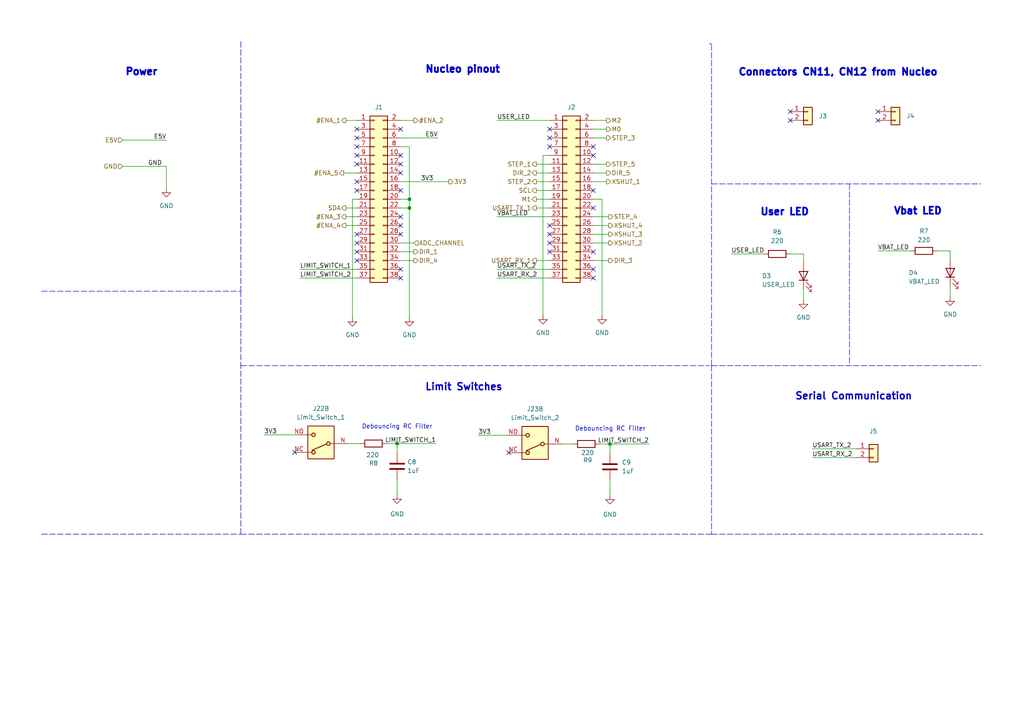
<source format=kicad_sch>
(kicad_sch (version 20211123) (generator eeschema)
  (paper "A4")
  (lib_symbols
    (symbol "Connector:XLR3_Switched" (pin_names hide)
      (property "Reference" "J" (at 0 8.89 0))
      (property "Value" "XLR3_Switched" (at 0 6.35 0))
      (symbol "XLR3_Switched_1_1"
        (circle (center -3.556 0) (radius 1.016))
        (circle (center 0 -3.556) (radius 1.016))
        (polyline (pts (xy -5.08 0) (xy -4.572 0)))
        (polyline (pts (xy 0 -5.08) (xy 0 -4.572)))
        (polyline (pts (xy 5.08 0) (xy 4.572 0)))
        (circle (center 0 0) (radius 5.08) (fill (type background)))
        (circle (center 3.556 0) (radius 1.016))
        (text "1" (at -3.556 1.778 0) (effects (font (size 1.016 1.016) bold)))
        (text "2" (at 3.556 1.778 0) (effects (font (size 1.016 1.016) bold)))
        (text "3" (at 0 -1.778 0) (effects (font (size 1.016 1.016) bold)))
        (pin passive line (at -7.62 0 0) (length 2.54) (name "~") (number "1"))
        (pin passive line (at 7.62 0 180) (length 2.54) (name "~") (number "2"))
        (pin passive line (at 0 -7.62 90) (length 2.54) (name "~") (number "3"))
      )
      (symbol "XLR3_Switched_2_1"
        (rectangle (start -3.81 4.445) (end 3.81 -5.08) (stroke (width 0.254)) (fill (type background)))
        (circle (center -2.159 0) (radius 0.508) (stroke (width 0.254)))
        (polyline (pts (xy -5.08 0) (xy -2.794 0)))
        (polyline (pts (xy -1.651 0.127) (xy 2.54 1.905)) (stroke (width 0.254)))
        (polyline (pts (xy 5.08 -2.54) (xy 2.794 -2.54)))
        (polyline (pts (xy 5.08 2.54) (xy 2.794 2.54)))
        (circle (center 2.159 -2.54) (radius 0.508) (stroke (width 0.254)))
        (circle (center 2.159 2.54) (radius 0.508) (stroke (width 0.254)))
        (pin passive line (at -7.62 0 0) (length 2.54) (name "~") (number "N"))
        (pin passive line (at 7.62 2.54 180) (length 2.54) (name "~") (number "NC"))
        (pin passive line (at 7.62 -2.54 180) (length 2.54) (name "~") (number "NO"))
      )
    )
    (symbol "Connector_Generic:Conn_01x02" (pin_names (offset 1.016) hide)
      (property "Reference" "J" (at 0 2.54 0))
      (property "Value" "Conn_01x02" (at 0 -5.08 0))
      (symbol "Conn_01x02_1_1"
        (rectangle (start -1.27 -2.413) (end 0 -2.667) (stroke (width 0.1524)))
        (rectangle (start -1.27 0.127) (end 0 -0.127) (stroke (width 0.1524)))
        (rectangle (start -1.27 1.27) (end 1.27 -3.81) (stroke (width 0.254)) (fill (type background)))
        (pin passive line (at -5.08 0 0) (length 3.81) (name "Pin_1") (number "1"))
        (pin passive line (at -5.08 -2.54 0) (length 3.81) (name "Pin_2") (number "2"))
      )
    )
    (symbol "Connector_Generic:Conn_02x19_Odd_Even" (pin_names (offset 1.016) hide)
      (property "Reference" "J" (at 1.27 25.4 0))
      (property "Value" "Conn_02x19_Odd_Even" (at 1.27 -25.4 0))
      (symbol "Conn_02x19_Odd_Even_1_1"
        (rectangle (start -1.27 -22.733) (end 0 -22.987) (stroke (width 0.1524)))
        (rectangle (start -1.27 -20.193) (end 0 -20.447) (stroke (width 0.1524)))
        (rectangle (start -1.27 -17.653) (end 0 -17.907) (stroke (width 0.1524)))
        (rectangle (start -1.27 -15.113) (end 0 -15.367) (stroke (width 0.1524)))
        (rectangle (start -1.27 -12.573) (end 0 -12.827) (stroke (width 0.1524)))
        (rectangle (start -1.27 -10.033) (end 0 -10.287) (stroke (width 0.1524)))
        (rectangle (start -1.27 -7.493) (end 0 -7.747) (stroke (width 0.1524)))
        (rectangle (start -1.27 -4.953) (end 0 -5.207) (stroke (width 0.1524)))
        (rectangle (start -1.27 -2.413) (end 0 -2.667) (stroke (width 0.1524)))
        (rectangle (start -1.27 0.127) (end 0 -0.127) (stroke (width 0.1524)))
        (rectangle (start -1.27 2.667) (end 0 2.413) (stroke (width 0.1524)))
        (rectangle (start -1.27 5.207) (end 0 4.953) (stroke (width 0.1524)))
        (rectangle (start -1.27 7.747) (end 0 7.493) (stroke (width 0.1524)))
        (rectangle (start -1.27 10.287) (end 0 10.033) (stroke (width 0.1524)))
        (rectangle (start -1.27 12.827) (end 0 12.573) (stroke (width 0.1524)))
        (rectangle (start -1.27 15.367) (end 0 15.113) (stroke (width 0.1524)))
        (rectangle (start -1.27 17.907) (end 0 17.653) (stroke (width 0.1524)))
        (rectangle (start -1.27 20.447) (end 0 20.193) (stroke (width 0.1524)))
        (rectangle (start -1.27 22.987) (end 0 22.733) (stroke (width 0.1524)))
        (rectangle (start -1.27 24.13) (end 3.81 -24.13) (stroke (width 0.254)) (fill (type background)))
        (rectangle (start 3.81 -22.733) (end 2.54 -22.987) (stroke (width 0.1524)))
        (rectangle (start 3.81 -20.193) (end 2.54 -20.447) (stroke (width 0.1524)))
        (rectangle (start 3.81 -17.653) (end 2.54 -17.907) (stroke (width 0.1524)))
        (rectangle (start 3.81 -15.113) (end 2.54 -15.367) (stroke (width 0.1524)))
        (rectangle (start 3.81 -12.573) (end 2.54 -12.827) (stroke (width 0.1524)))
        (rectangle (start 3.81 -10.033) (end 2.54 -10.287) (stroke (width 0.1524)))
        (rectangle (start 3.81 -7.493) (end 2.54 -7.747) (stroke (width 0.1524)))
        (rectangle (start 3.81 -4.953) (end 2.54 -5.207) (stroke (width 0.1524)))
        (rectangle (start 3.81 -2.413) (end 2.54 -2.667) (stroke (width 0.1524)))
        (rectangle (start 3.81 0.127) (end 2.54 -0.127) (stroke (width 0.1524)))
        (rectangle (start 3.81 2.667) (end 2.54 2.413) (stroke (width 0.1524)))
        (rectangle (start 3.81 5.207) (end 2.54 4.953) (stroke (width 0.1524)))
        (rectangle (start 3.81 7.747) (end 2.54 7.493) (stroke (width 0.1524)))
        (rectangle (start 3.81 10.287) (end 2.54 10.033) (stroke (width 0.1524)))
        (rectangle (start 3.81 12.827) (end 2.54 12.573) (stroke (width 0.1524)))
        (rectangle (start 3.81 15.367) (end 2.54 15.113) (stroke (width 0.1524)))
        (rectangle (start 3.81 17.907) (end 2.54 17.653) (stroke (width 0.1524)))
        (rectangle (start 3.81 20.447) (end 2.54 20.193) (stroke (width 0.1524)))
        (rectangle (start 3.81 22.987) (end 2.54 22.733) (stroke (width 0.1524)))
        (pin passive line (at -5.08 22.86 0) (length 3.81) (name "Pin_1") (number "1"))
        (pin passive line (at 7.62 12.7 180) (length 3.81) (name "Pin_10") (number "10"))
        (pin passive line (at -5.08 10.16 0) (length 3.81) (name "Pin_11") (number "11"))
        (pin passive line (at 7.62 10.16 180) (length 3.81) (name "Pin_12") (number "12"))
        (pin passive line (at -5.08 7.62 0) (length 3.81) (name "Pin_13") (number "13"))
        (pin passive line (at 7.62 7.62 180) (length 3.81) (name "Pin_14") (number "14"))
        (pin passive line (at -5.08 5.08 0) (length 3.81) (name "Pin_15") (number "15"))
        (pin passive line (at 7.62 5.08 180) (length 3.81) (name "Pin_16") (number "16"))
        (pin passive line (at -5.08 2.54 0) (length 3.81) (name "Pin_17") (number "17"))
        (pin passive line (at 7.62 2.54 180) (length 3.81) (name "Pin_18") (number "18"))
        (pin passive line (at -5.08 0 0) (length 3.81) (name "Pin_19") (number "19"))
        (pin passive line (at 7.62 22.86 180) (length 3.81) (name "Pin_2") (number "2"))
        (pin passive line (at 7.62 0 180) (length 3.81) (name "Pin_20") (number "20"))
        (pin passive line (at -5.08 -2.54 0) (length 3.81) (name "Pin_21") (number "21"))
        (pin passive line (at 7.62 -2.54 180) (length 3.81) (name "Pin_22") (number "22"))
        (pin passive line (at -5.08 -5.08 0) (length 3.81) (name "Pin_23") (number "23"))
        (pin passive line (at 7.62 -5.08 180) (length 3.81) (name "Pin_24") (number "24"))
        (pin passive line (at -5.08 -7.62 0) (length 3.81) (name "Pin_25") (number "25"))
        (pin passive line (at 7.62 -7.62 180) (length 3.81) (name "Pin_26") (number "26"))
        (pin passive line (at -5.08 -10.16 0) (length 3.81) (name "Pin_27") (number "27"))
        (pin passive line (at 7.62 -10.16 180) (length 3.81) (name "Pin_28") (number "28"))
        (pin passive line (at -5.08 -12.7 0) (length 3.81) (name "Pin_29") (number "29"))
        (pin passive line (at -5.08 20.32 0) (length 3.81) (name "Pin_3") (number "3"))
        (pin passive line (at 7.62 -12.7 180) (length 3.81) (name "Pin_30") (number "30"))
        (pin passive line (at -5.08 -15.24 0) (length 3.81) (name "Pin_31") (number "31"))
        (pin passive line (at 7.62 -15.24 180) (length 3.81) (name "Pin_32") (number "32"))
        (pin passive line (at -5.08 -17.78 0) (length 3.81) (name "Pin_33") (number "33"))
        (pin passive line (at 7.62 -17.78 180) (length 3.81) (name "Pin_34") (number "34"))
        (pin passive line (at -5.08 -20.32 0) (length 3.81) (name "Pin_35") (number "35"))
        (pin passive line (at 7.62 -20.32 180) (length 3.81) (name "Pin_36") (number "36"))
        (pin passive line (at -5.08 -22.86 0) (length 3.81) (name "Pin_37") (number "37"))
        (pin passive line (at 7.62 -22.86 180) (length 3.81) (name "Pin_38") (number "38"))
        (pin passive line (at 7.62 20.32 180) (length 3.81) (name "Pin_4") (number "4"))
        (pin passive line (at -5.08 17.78 0) (length 3.81) (name "Pin_5") (number "5"))
        (pin passive line (at 7.62 17.78 180) (length 3.81) (name "Pin_6") (number "6"))
        (pin passive line (at -5.08 15.24 0) (length 3.81) (name "Pin_7") (number "7"))
        (pin passive line (at 7.62 15.24 180) (length 3.81) (name "Pin_8") (number "8"))
        (pin passive line (at -5.08 12.7 0) (length 3.81) (name "Pin_9") (number "9"))
      )
    )
    (symbol "Device:C" (pin_numbers hide) (pin_names (offset 0.254))
      (property "Reference" "C" (at 0.635 2.54 0))
      (property "Value" "C" (at 0.635 -2.54 0))
      (symbol "C_0_1"
        (polyline (pts (xy -2.032 -0.762) (xy 2.032 -0.762)) (stroke (width 0.508)))
        (polyline (pts (xy -2.032 0.762) (xy 2.032 0.762)) (stroke (width 0.508)))
      )
      (symbol "C_1_1"
        (pin passive line (at 0 3.81 270) (length 2.794) (name "~") (number "1"))
        (pin passive line (at 0 -3.81 90) (length 2.794) (name "~") (number "2"))
      )
    )
    (symbol "Device:LED" (pin_numbers hide) (pin_names (offset 1.016) hide)
      (property "Reference" "D" (at 0 2.54 0))
      (property "Value" "LED" (at 0 -2.54 0))
      (symbol "LED_0_1"
        (polyline (pts (xy -1.27 -1.27) (xy -1.27 1.27)) (stroke (width 0.254)))
        (polyline (pts (xy -1.27 0) (xy 1.27 0)))
        (polyline (pts (xy 1.27 -1.27) (xy 1.27 1.27) (xy -1.27 0) (xy 1.27 -1.27)) (stroke (width 0.254)))
        (polyline (pts (xy -3.048 -0.762) (xy -4.572 -2.286) (xy -3.81 -2.286) (xy -4.572 -2.286) (xy -4.572 -1.524)))
        (polyline (pts (xy -1.778 -0.762) (xy -3.302 -2.286) (xy -2.54 -2.286) (xy -3.302 -2.286) (xy -3.302 -1.524)))
      )
      (symbol "LED_1_1"
        (pin passive line (at -3.81 0 0) (length 2.54) (name "K") (number "1"))
        (pin passive line (at 3.81 0 180) (length 2.54) (name "A") (number "2"))
      )
    )
    (symbol "Device:R" (pin_numbers hide) (pin_names (offset 0))
      (property "Reference" "R" (at 2.032 0 90))
      (property "Value" "R" (at 0 0 90))
      (symbol "R_0_1"
        (rectangle (start -1.016 -2.54) (end 1.016 2.54) (stroke (width 0.254)))
      )
      (symbol "R_1_1"
        (pin passive line (at 0 3.81 270) (length 1.27) (name "~") (number "1"))
        (pin passive line (at 0 -3.81 90) (length 1.27) (name "~") (number "2"))
      )
    )
    (symbol "GND_1" (power) (pin_names (offset 0))
      (property "Value" "GND_1" (at 0 -3.81 0))
      (symbol "GND_1_0_1"
        (polyline (pts (xy 0 0) (xy 0 -1.27) (xy 1.27 -1.27) (xy 0 -2.54) (xy -1.27 -1.27) (xy 0 -1.27)))
      )
      (symbol "GND_1_1_1"
        (pin power_in line (at 0 0 270) (length 0) hide (name "GND") (number "1"))
      )
    )
    (symbol "power:GND" (power) (pin_names (offset 0))
      (property "Value" "GND" (at 0 -3.81 0))
      (symbol "GND_0_1"
        (polyline (pts (xy 0 0) (xy 0 -1.27) (xy 1.27 -1.27) (xy 0 -2.54) (xy -1.27 -1.27) (xy 0 -1.27)))
      )
      (symbol "GND_1_1"
        (pin power_in line (at 0 0 270) (length 0) hide (name "GND") (number "1"))
      )
    )
  )
  (junction (at 118.745 60.325))
  (junction (at 115.189 128.651))
  (junction (at 176.911 128.778))
  (junction (at 118.745 57.785))
  (no_connect (at 103.505 55.245))
  (no_connect (at 103.505 52.705))
  (no_connect (at 103.505 37.465))
  (no_connect (at 172.085 73.025))
  (no_connect (at 116.205 62.865))
  (no_connect (at 172.085 45.085))
  (no_connect (at 103.505 75.565))
  (no_connect (at 116.205 50.165))
  (no_connect (at 116.205 65.405))
  (no_connect (at 172.085 80.645))
  (no_connect (at 116.205 37.465))
  (no_connect (at 85.471 131.191))
  (no_connect (at 172.085 78.105))
  (no_connect (at 254.635 34.925))
  (no_connect (at 159.385 70.485))
  (no_connect (at 159.385 73.025))
  (no_connect (at 172.085 42.545))
  (no_connect (at 103.505 45.085))
  (no_connect (at 229.235 34.925))
  (no_connect (at 116.205 47.625))
  (no_connect (at 172.085 55.245))
  (no_connect (at 116.205 67.945))
  (no_connect (at 116.205 78.105))
  (no_connect (at 116.205 80.645))
  (no_connect (at 159.385 37.465))
  (no_connect (at 159.385 40.005))
  (no_connect (at 172.085 60.325))
  (no_connect (at 159.385 65.405))
  (no_connect (at 159.385 67.945))
  (no_connect (at 103.505 67.945))
  (no_connect (at 103.505 70.485))
  (no_connect (at 103.505 73.025))
  (no_connect (at 103.505 40.005))
  (no_connect (at 116.205 45.085))
  (no_connect (at 229.235 32.385))
  (no_connect (at 116.205 55.245))
  (no_connect (at 147.574 131.318))
  (no_connect (at 159.385 42.545))
  (no_connect (at 103.505 47.625))
  (no_connect (at 103.505 42.545))
  (no_connect (at 254.635 32.385))
  (polyline (pts (xy 12.065 84.455) (xy 69.85 84.455)))
  (wire (pts (xy 115.189 139.065) (xy 115.189 143.51)))
  (polyline (pts (xy 206.375 106.045) (xy 206.375 154.94)))
  (polyline (pts (xy 206.375 106.045) (xy 284.48 106.045)))
  (wire (pts (xy 100.33 34.925) (xy 103.505 34.925)))
  (wire (pts (xy 254.635 72.771) (xy 264.16 72.771)))
  (wire (pts (xy 275.59 72.771) (xy 275.59 75.311)))
  (wire (pts (xy 155.575 60.325) (xy 159.385 60.325)))
  (wire (pts (xy 99.695 50.165) (xy 103.505 50.165)))
  (wire (pts (xy 212.09 73.66) (xy 221.615 73.66)))
  (wire (pts (xy 229.235 73.66) (xy 233.045 73.66)))
  (wire (pts (xy 176.911 139.192) (xy 176.911 143.637)))
  (polyline (pts (xy 69.85 106.045) (xy 205.74 106.045)))
  (wire (pts (xy 159.385 45.085) (xy 157.48 45.085)))
  (wire (pts (xy 235.585 130.175) (xy 248.285 130.175)))
  (polyline (pts (xy 12.065 154.94) (xy 69.85 154.94)))
  (wire (pts (xy 144.145 34.925) (xy 159.385 34.925)))
  (polyline (pts (xy 206.375 53.34) (xy 284.48 53.34)))
  (wire (pts (xy 155.575 75.565) (xy 159.385 75.565)))
  (wire (pts (xy 173.863 128.778) (xy 176.911 128.778)))
  (wire (pts (xy 155.575 55.245) (xy 159.385 55.245)))
  (wire (pts (xy 138.684 126.238) (xy 147.574 126.238)))
  (wire (pts (xy 233.045 73.66) (xy 233.045 76.2)))
  (wire (pts (xy 172.085 75.565) (xy 176.53 75.565)))
  (wire (pts (xy 48.26 48.26) (xy 48.26 54.61)))
  (wire (pts (xy 144.145 78.105) (xy 159.385 78.105)))
  (wire (pts (xy 172.085 62.865) (xy 176.53 62.865)))
  (polyline (pts (xy 206.375 154.94) (xy 285.115 154.94)))
  (wire (pts (xy 162.814 128.778) (xy 166.243 128.778)))
  (wire (pts (xy 172.085 34.925) (xy 175.895 34.925)))
  (wire (pts (xy 100.33 60.325) (xy 103.505 60.325)))
  (polyline (pts (xy 69.85 84.455) (xy 69.85 106.045)))
  (wire (pts (xy 172.085 67.945) (xy 176.53 67.945)))
  (wire (pts (xy 35.56 48.26) (xy 48.26 48.26)))
  (polyline (pts (xy 206.375 154.94) (xy 69.85 154.94)))
  (polyline (pts (xy 205.74 12.7) (xy 206.375 12.7)))
  (wire (pts (xy 176.911 128.778) (xy 176.911 131.572)))
  (wire (pts (xy 86.995 78.105) (xy 103.505 78.105)))
  (wire (pts (xy 275.59 82.931) (xy 275.59 86.106)))
  (wire (pts (xy 155.575 50.165) (xy 159.385 50.165)))
  (wire (pts (xy 172.085 57.785) (xy 174.625 57.785)))
  (wire (pts (xy 115.189 128.651) (xy 126.492 128.651)))
  (wire (pts (xy 86.995 80.645) (xy 103.505 80.645)))
  (wire (pts (xy 155.575 52.705) (xy 159.385 52.705)))
  (wire (pts (xy 116.205 70.485) (xy 120.015 70.485)))
  (wire (pts (xy 102.235 57.785) (xy 103.505 57.785)))
  (wire (pts (xy 176.911 128.778) (xy 188.214 128.778)))
  (wire (pts (xy 100.33 65.405) (xy 103.505 65.405)))
  (wire (pts (xy 116.205 75.565) (xy 120.015 75.565)))
  (wire (pts (xy 116.205 57.785) (xy 118.745 57.785)))
  (polyline (pts (xy 206.375 106.045) (xy 206.375 12.7)))
  (wire (pts (xy 35.56 40.64) (xy 48.26 40.64)))
  (wire (pts (xy 116.205 42.545) (xy 118.745 42.545)))
  (wire (pts (xy 172.085 37.465) (xy 175.895 37.465)))
  (wire (pts (xy 144.145 62.865) (xy 159.385 62.865)))
  (polyline (pts (xy 69.85 154.94) (xy 69.85 106.045)))
  (wire (pts (xy 155.575 57.785) (xy 159.385 57.785)))
  (wire (pts (xy 172.085 40.005) (xy 175.895 40.005)))
  (wire (pts (xy 116.205 52.705) (xy 130.175 52.705)))
  (wire (pts (xy 115.189 128.651) (xy 115.189 131.445)))
  (wire (pts (xy 116.205 34.925) (xy 120.015 34.925)))
  (wire (pts (xy 172.085 65.405) (xy 176.53 65.405)))
  (wire (pts (xy 174.625 57.785) (xy 174.625 91.44)))
  (wire (pts (xy 155.575 47.625) (xy 159.385 47.625)))
  (wire (pts (xy 172.085 70.485) (xy 176.53 70.485)))
  (wire (pts (xy 116.205 40.005) (xy 127 40.005)))
  (wire (pts (xy 118.745 60.325) (xy 118.745 92.075)))
  (wire (pts (xy 118.745 42.545) (xy 118.745 57.785)))
  (wire (pts (xy 100.33 62.865) (xy 103.505 62.865)))
  (wire (pts (xy 100.711 128.651) (xy 104.521 128.651)))
  (wire (pts (xy 235.585 132.715) (xy 248.285 132.715)))
  (polyline (pts (xy 69.85 12.065) (xy 69.85 84.455)))
  (wire (pts (xy 172.085 50.165) (xy 175.895 50.165)))
  (wire (pts (xy 116.205 73.025) (xy 120.015 73.025)))
  (wire (pts (xy 172.085 47.625) (xy 175.895 47.625)))
  (polyline (pts (xy 246.38 53.34) (xy 246.38 106.045)))
  (wire (pts (xy 271.78 72.771) (xy 275.59 72.771)))
  (wire (pts (xy 102.235 92.075) (xy 102.235 57.785)))
  (wire (pts (xy 116.205 60.325) (xy 118.745 60.325)))
  (wire (pts (xy 157.48 45.085) (xy 157.48 91.44)))
  (wire (pts (xy 112.141 128.651) (xy 115.189 128.651)))
  (wire (pts (xy 144.145 80.645) (xy 159.385 80.645)))
  (wire (pts (xy 172.085 52.705) (xy 175.895 52.705)))
  (wire (pts (xy 233.045 83.82) (xy 233.045 86.995)))
  (wire (pts (xy 118.745 57.785) (xy 118.745 60.325)))
  (wire (pts (xy 76.581 126.111) (xy 85.471 126.111)))
  (text "Serial Communication	" (at 230.505 116.205 0) (effects (font (size 2.032 2.032) (thickness 0.4064) bold) (justify left bottom)))
  (text "Connectors CN11, CN12 from Nucleo\n" (at 213.995 22.225 0) (effects (font (size 2.032 2.032) (thickness 0.508) bold) (justify left bottom)))
  (text "User LED\n\n" (at 220.345 66.04 0) (effects (font (size 2.032 2.032) (thickness 0.508) bold) (justify left bottom)))
  (text "Vbat LED\n\n" (at 259.08 65.786 0) (effects (font (size 2.032 2.032) (thickness 0.508) bold) (justify left bottom)))
  (text "Debouncing RC Filter\n" (at 125.476 124.587 180) (effects (font (size 1.27 1.27)) (justify right bottom)))
  (text "Nucleo pinout\n\n\n" (at 123.19 27.94 0) (effects (font (size 2.032 2.032) (thickness 0.508) bold) (justify left bottom)))
  (text "Power\n\n" (at 36.195 25.4 0) (effects (font (size 2.032 2.032) (thickness 0.508) bold) (justify left bottom)))
  (text "Debouncing RC Filter\n" (at 187.325 125.222 180) (effects (font (size 1.27 1.27)) (justify right bottom)))
  (text "Limit Switches\n" (at 123.19 113.538 0) (effects (font (size 2.032 2.032) (thickness 0.4064) bold) (justify left bottom)))
  (label "VBAT_LED" (at 144.145 62.865 0))
  (label "LIMIT_SWITCH_2" (at 188.214 128.778 180))
  (label "GND" (at 46.99 48.26 180))
  (label "LIMIT_SWITCH_1" (at 126.492 128.651 180))
  (label "LIMIT_SWITCH_2" (at 86.995 80.645 0))
  (label "USART_RX_2" (at 235.585 132.715 0))
  (label "3V3" (at 125.73 52.705 180))
  (label "USART_TX_2" (at 235.585 130.175 0))
  (label "3V3" (at 138.684 126.238 0))
  (label "USART_TX_2" (at 144.145 78.105 0))
  (label "E5V" (at 48.26 40.64 180))
  (label "3V3" (at 76.581 126.111 0))
  (label "USER_LED" (at 144.145 34.925 0))
  (label "USER_LED" (at 212.09 73.66 0))
  (label "USART_RX_2" (at 144.145 80.645 0))
  (label "E5V" (at 127 40.005 180))
  (label "VBAT_LED" (at 254.635 72.771 0))
  (label "LIMIT_SWITCH_1" (at 86.995 78.105 0))
  (hierarchical_label "XSHUT_4" (shape output) (at 176.53 65.405 0))
  (hierarchical_label "DIR_2" (shape output) (at 155.575 50.165 180))
  (hierarchical_label "USART_RX_1" (shape output) (at 155.575 75.565 180))
  (hierarchical_label "#ENA_3" (shape output) (at 100.33 62.865 180))
  (hierarchical_label "XSHUT_2" (shape output) (at 176.53 70.485 0))
  (hierarchical_label "STEP_1" (shape output) (at 155.575 47.625 180))
  (hierarchical_label "#ENA_5" (shape output) (at 99.695 50.165 180))
  (hierarchical_label "M1" (shape output) (at 155.575 57.785 180))
  (hierarchical_label "GND" (shape input) (at 35.56 48.26 180))
  (hierarchical_label "#ENA_1" (shape output) (at 100.33 34.925 180))
  (hierarchical_label "E5V" (shape input) (at 35.56 40.64 180))
  (hierarchical_label "STEP_4" (shape output) (at 176.53 62.865 0))
  (hierarchical_label "XSHUT_1" (shape output) (at 175.895 52.705 0))
  (hierarchical_label "ADC_CHANNEL" (shape input) (at 120.015 70.485 0))
  (hierarchical_label "DIR_3" (shape output) (at 176.53 75.565 0))
  (hierarchical_label "USART_TX_1" (shape output) (at 155.575 60.325 180))
  (hierarchical_label "M0" (shape output) (at 175.895 37.465 0))
  (hierarchical_label "SCL" (shape output) (at 155.575 55.245 180))
  (hierarchical_label "XSHUT_3" (shape output) (at 176.53 67.945 0))
  (hierarchical_label "M2" (shape output) (at 175.895 34.925 0))
  (hierarchical_label "DIR_1" (shape output) (at 120.015 73.025 0))
  (hierarchical_label "DIR_5" (shape output) (at 175.895 50.165 0))
  (hierarchical_label "STEP_3" (shape output) (at 175.895 40.005 0))
  (hierarchical_label "STEP_2" (shape output) (at 155.575 52.705 180))
  (hierarchical_label "#ENA_2" (shape output) (at 120.015 34.925 0))
  (hierarchical_label "STEP_5" (shape output) (at 175.895 47.625 0))
  (hierarchical_label "3V3" (shape output) (at 130.175 52.705 0))
  (hierarchical_label "DIR_4" (shape output) (at 120.015 75.565 0))
  (hierarchical_label "#ENA_4" (shape output) (at 100.33 65.405 180))
  (hierarchical_label "SDA" (shape output) (at 100.33 60.325 180))
  (symbol (lib_name "GND_1") (lib_id "power:GND") (at 176.911 143.637 0) (unit 1)
    (property "Reference" "#PWR0124" (effects hide))
    (property "Value" "GND" (at 176.911 149.225 0))
  )
  (symbol (lib_id "Connector_Generic:Conn_01x02") (at 234.315 32.385 0) (unit 1)
    (property "Reference" "J3" (at 237.49 33.6549 0) (effects (justify left)))
    (property "Value" "Conn_01x02" (effects hide))
    (property "Footprint" "Connector_PinSocket_2.54mm:PinSocket_1x02_P2.54mm_Vertical" (effects hide))
  )
  (symbol (lib_id "Device:C") (at 115.189 135.255 0) (unit 1)
    (property "Reference" "C8" (at 118.11 133.9849 0) (effects (justify left)))
    (property "Value" "1uF" (at 118.11 136.5249 0) (effects (justify left)))
    (property "Footprint" "Capacitor_THT:CP_Radial_D5.0mm_P2.50mm" (effects hide))
  )
  (symbol (lib_name "GND_1") (lib_id "power:GND") (at 115.189 143.51 0) (unit 1)
    (property "Reference" "#PWR0123" (effects hide))
    (property "Value" "GND" (at 115.189 149.098 0))
  )
  (symbol (lib_id "Device:R") (at 267.97 72.771 90) (unit 1)
    (property "Reference" "R7" (at 267.97 67.056 90))
    (property "Value" "220" (at 267.97 69.596 90))
    (property "Footprint" "Resistor_THT:R_Axial_DIN0207_L6.3mm_D2.5mm_P10.16mm_Horizontal" (effects hide))
  )
  (symbol (lib_id "power:GND") (at 118.745 92.075 0) (unit 1)
    (property "Reference" "#PWR0128" (effects hide))
    (property "Value" "GND" (at 118.745 97.155 0))
  )
  (symbol (lib_id "power:GND") (at 174.625 91.44 0) (unit 1)
    (property "Reference" "#PWR0102" (effects hide))
    (property "Value" "GND" (at 174.625 96.52 0))
  )
  (symbol (lib_id "Device:R") (at 170.053 128.778 90) (unit 1)
    (property "Reference" "R9" (at 170.434 133.477 90))
    (property "Value" "220" (at 170.434 131.318 90))
    (property "Footprint" "Resistor_THT:R_Axial_DIN0207_L6.3mm_D2.5mm_P10.16mm_Horizontal" (effects hide))
  )
  (symbol (lib_id "power:GND") (at 48.26 54.61 0) (unit 1)
    (property "Reference" "#PWR0132" (effects hide))
    (property "Value" "GND" (at 48.26 59.69 0))
  )
  (symbol (lib_id "power:GND") (at 275.59 86.106 0) (unit 1)
    (property "Reference" "#PWR0105" (effects hide))
    (property "Value" "GND" (at 275.59 91.186 0))
  )
  (symbol (lib_id "Connector:XLR3_Switched") (at 155.194 128.778 180) (unit 2)
    (property "Reference" "J23" (at 155.194 118.618 0))
    (property "Value" "Limit_Switch_2" (at 155.194 121.158 0))
    (property "Footprint" "Connector_PinSocket_2.54mm:PinSocket_1x03_P2.54mm_Vertical" (effects hide))
    (property "Datasheet" " ~" (effects hide))
  )
  (symbol (lib_id "Connector_Generic:Conn_02x19_Odd_Even") (at 108.585 57.785 0) (unit 1)
    (property "Reference" "J1" (at 109.855 31.115 0))
    (property "Value" "Conn_02x19_Odd_Even" (effects hide))
    (property "Footprint" "Connector_PinSocket_2.54mm:PinSocket_2x19_P2.54mm_Vertical" (effects hide))
  )
  (symbol (lib_id "power:GND") (at 233.045 86.995 0) (unit 1)
    (property "Reference" "#PWR0134" (effects hide))
    (property "Value" "GND" (at 233.045 92.075 0))
  )
  (symbol (lib_id "power:GND") (at 157.48 91.44 0) (unit 1)
    (property "Reference" "#PWR0101" (effects hide))
    (property "Value" "GND" (at 157.48 96.52 0))
  )
  (symbol (lib_id "Device:R") (at 225.425 73.66 90) (unit 1)
    (property "Reference" "R6" (at 225.425 67.31 90))
    (property "Value" "220" (at 225.425 69.85 90))
    (property "Footprint" "Resistor_THT:R_Axial_DIN0207_L6.3mm_D2.5mm_P10.16mm_Horizontal" (effects hide))
  )
  (symbol (lib_id "Device:C") (at 176.911 135.382 0) (unit 1)
    (property "Reference" "C9" (at 180.34 134.1119 0) (effects (justify left)))
    (property "Value" "1uF" (at 180.34 136.6519 0) (effects (justify left)))
    (property "Footprint" "Capacitor_THT:CP_Radial_D5.0mm_P2.50mm" (effects hide))
  )
  (symbol (lib_id "Connector_Generic:Conn_01x02") (at 259.715 32.385 0) (unit 1)
    (property "Reference" "J4" (at 262.89 33.6549 0) (effects (justify left)))
    (property "Value" "Conn_01x02" (effects hide))
    (property "Footprint" "Connector_PinSocket_2.54mm:PinSocket_1x02_P2.54mm_Vertical" (effects hide))
  )
  (symbol (lib_id "power:GND") (at 102.235 92.075 0) (unit 1)
    (property "Reference" "#PWR0129" (effects hide))
    (property "Value" "GND" (at 102.235 97.155 0))
  )
  (symbol (lib_id "Device:R") (at 108.331 128.651 90) (unit 1)
    (property "Reference" "R8" (at 108.331 134.366 90))
    (property "Value" "220" (at 108.077 131.953 90))
    (property "Footprint" "Resistor_THT:R_Axial_DIN0207_L6.3mm_D2.5mm_P10.16mm_Horizontal" (effects hide))
  )
  (symbol (lib_id "Connector_Generic:Conn_01x02") (at 253.365 130.175 0) (unit 1)
    (property "Reference" "J5" (at 252.095 125.095 0) (effects (justify left)))
    (property "Value" "Conn_01x02" (effects hide))
    (property "Footprint" "Connector_PinSocket_2.54mm:PinSocket_1x02_P2.54mm_Vertical" (effects hide))
  )
  (symbol (lib_id "Device:LED") (at 275.59 79.121 90) (unit 1)
    (property "Reference" "D4" (at 263.525 79.121 90) (effects (justify right)))
    (property "Value" "VBAT_LED" (at 263.525 81.661 90) (effects (justify right)))
    (property "Footprint" "Connector_PinSocket_2.54mm:PinSocket_1x02_P2.54mm_Vertical" (effects hide))
  )
  (symbol (lib_id "Device:LED") (at 233.045 80.01 90) (unit 1)
    (property "Reference" "D3" (at 220.98 80.01 90) (effects (justify right)))
    (property "Value" "USER_LED" (at 220.98 82.55 90) (effects (justify right)))
    (property "Footprint" "Connector_PinSocket_2.54mm:PinSocket_1x02_P2.54mm_Vertical" (effects hide))
  )
  (symbol (lib_id "Connector_Generic:Conn_02x19_Odd_Even") (at 164.465 57.785 0) (unit 1)
    (property "Reference" "J2" (at 165.735 31.115 0))
    (property "Value" "Conn_02x19_Odd_Even" (effects hide))
    (property "Footprint" "Connector_PinSocket_2.54mm:PinSocket_2x19_P2.54mm_Vertical" (effects hide))
  )
  (symbol (lib_id "Connector:XLR3_Switched") (at 93.091 128.651 180) (unit 2)
    (property "Reference" "J22" (at 93.091 118.491 0))
    (property "Value" "Limit_Switch_1" (at 93.091 121.031 0))
    (property "Footprint" "Connector_PinSocket_2.54mm:PinSocket_1x03_P2.54mm_Vertical" (effects hide))
    (property "Datasheet" " ~" (effects hide))
  )
)
</source>
